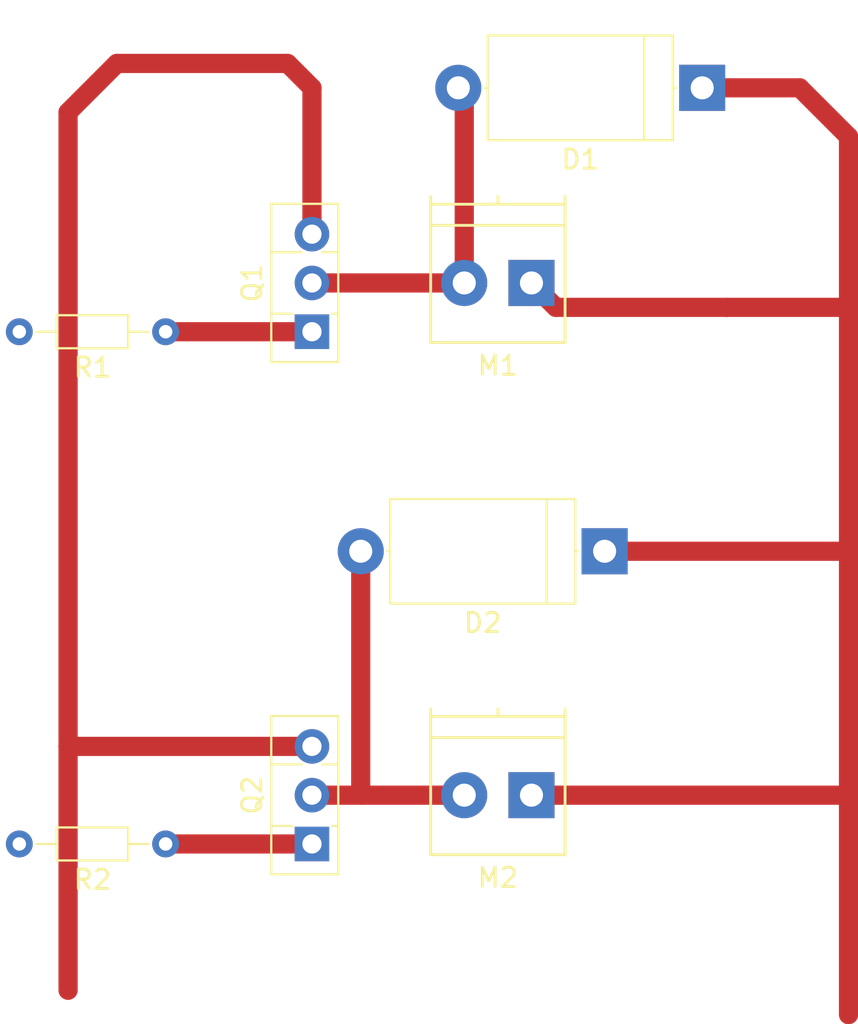
<source format=kicad_pcb>
(kicad_pcb (version 4) (host pcbnew 4.0.7+dfsg1-1)

  (general
    (links 10)
    (no_connects 0)
    (area 0 0 0 0)
    (thickness 1.6)
    (drawings 0)
    (tracks 26)
    (zones 0)
    (modules 8)
    (nets 9)
  )

  (page A4)
  (layers
    (0 F.Cu signal)
    (31 B.Cu signal)
    (32 B.Adhes user)
    (33 F.Adhes user)
    (34 B.Paste user)
    (35 F.Paste user)
    (36 B.SilkS user)
    (37 F.SilkS user)
    (38 B.Mask user)
    (39 F.Mask user)
    (40 Dwgs.User user)
    (41 Cmts.User user)
    (42 Eco1.User user)
    (43 Eco2.User user)
    (44 Edge.Cuts user)
    (45 Margin user)
    (46 B.CrtYd user)
    (47 F.CrtYd user)
    (48 B.Fab user)
    (49 F.Fab user)
  )

  (setup
    (last_trace_width 1)
    (trace_clearance 0.2)
    (zone_clearance 0.508)
    (zone_45_only no)
    (trace_min 0.2)
    (segment_width 0.2)
    (edge_width 0.15)
    (via_size 0.6)
    (via_drill 0.4)
    (via_min_size 0.4)
    (via_min_drill 0.3)
    (uvia_size 0.3)
    (uvia_drill 0.1)
    (uvias_allowed no)
    (uvia_min_size 0.2)
    (uvia_min_drill 0.1)
    (pcb_text_width 0.3)
    (pcb_text_size 1.5 1.5)
    (mod_edge_width 0.15)
    (mod_text_size 1 1)
    (mod_text_width 0.15)
    (pad_size 1.524 1.524)
    (pad_drill 0.762)
    (pad_to_mask_clearance 0.2)
    (aux_axis_origin 0 0)
    (visible_elements FFFFFF7F)
    (pcbplotparams
      (layerselection 0x00030_80000001)
      (usegerberextensions false)
      (excludeedgelayer true)
      (linewidth 0.100000)
      (plotframeref false)
      (viasonmask false)
      (mode 1)
      (useauxorigin false)
      (hpglpennumber 1)
      (hpglpenspeed 20)
      (hpglpendiameter 15)
      (hpglpenoverlay 2)
      (psnegative false)
      (psa4output false)
      (plotreference true)
      (plotvalue true)
      (plotinvisibletext false)
      (padsonsilk false)
      (subtractmaskfromsilk false)
      (outputformat 1)
      (mirror false)
      (drillshape 1)
      (scaleselection 1)
      (outputdirectory ""))
  )

  (net 0 "")
  (net 1 VCC)
  (net 2 "Net-(D1-Pad2)")
  (net 3 "Net-(D2-Pad2)")
  (net 4 "Net-(Q1-Pad1)")
  (net 5 GND)
  (net 6 "Net-(Q2-Pad1)")
  (net 7 PWM)
  (net 8 PWM2)

  (net_class Default "This is the default net class."
    (clearance 0.2)
    (trace_width 1)
    (via_dia 0.6)
    (via_drill 0.4)
    (uvia_dia 0.3)
    (uvia_drill 0.1)
    (add_net GND)
    (add_net "Net-(D1-Pad2)")
    (add_net "Net-(D2-Pad2)")
    (add_net "Net-(Q1-Pad1)")
    (add_net "Net-(Q2-Pad1)")
    (add_net PWM)
    (add_net PWM2)
    (add_net VCC)
  )

  (module Diodes_THT:D_DO-27_P12.70mm_Horizontal (layer F.Cu) (tedit 5921392E) (tstamp 5A9FD915)
    (at 144.78 96.52 180)
    (descr "D, DO-27 series, Axial, Horizontal, pin pitch=12.7mm, , length*diameter=9.52*5.33mm^2, , http://www.slottechforum.com/slotinfo/Techstuff/CD2%20Diodes%20and%20Transistors/Cases/Diode%20DO-27.jpg")
    (tags "D DO-27 series Axial Horizontal pin pitch 12.7mm  length 9.52mm diameter 5.33mm")
    (path /5A9FAB50)
    (fp_text reference D1 (at 6.35 -3.725 180) (layer F.SilkS)
      (effects (font (size 1 1) (thickness 0.15)))
    )
    (fp_text value D (at 6.35 3.725 180) (layer F.Fab)
      (effects (font (size 1 1) (thickness 0.15)))
    )
    (fp_text user %R (at 6.35 0 180) (layer F.Fab)
      (effects (font (size 1 1) (thickness 0.15)))
    )
    (fp_line (start 1.59 -2.665) (end 1.59 2.665) (layer F.Fab) (width 0.1))
    (fp_line (start 1.59 2.665) (end 11.11 2.665) (layer F.Fab) (width 0.1))
    (fp_line (start 11.11 2.665) (end 11.11 -2.665) (layer F.Fab) (width 0.1))
    (fp_line (start 11.11 -2.665) (end 1.59 -2.665) (layer F.Fab) (width 0.1))
    (fp_line (start 0 0) (end 1.59 0) (layer F.Fab) (width 0.1))
    (fp_line (start 12.7 0) (end 11.11 0) (layer F.Fab) (width 0.1))
    (fp_line (start 3.018 -2.665) (end 3.018 2.665) (layer F.Fab) (width 0.1))
    (fp_line (start 1.53 -2.725) (end 1.53 2.725) (layer F.SilkS) (width 0.12))
    (fp_line (start 1.53 2.725) (end 11.17 2.725) (layer F.SilkS) (width 0.12))
    (fp_line (start 11.17 2.725) (end 11.17 -2.725) (layer F.SilkS) (width 0.12))
    (fp_line (start 11.17 -2.725) (end 1.53 -2.725) (layer F.SilkS) (width 0.12))
    (fp_line (start 1.38 0) (end 1.53 0) (layer F.SilkS) (width 0.12))
    (fp_line (start 11.32 0) (end 11.17 0) (layer F.SilkS) (width 0.12))
    (fp_line (start 3.018 -2.725) (end 3.018 2.725) (layer F.SilkS) (width 0.12))
    (fp_line (start -1.45 -3) (end -1.45 3) (layer F.CrtYd) (width 0.05))
    (fp_line (start -1.45 3) (end 14.15 3) (layer F.CrtYd) (width 0.05))
    (fp_line (start 14.15 3) (end 14.15 -3) (layer F.CrtYd) (width 0.05))
    (fp_line (start 14.15 -3) (end -1.45 -3) (layer F.CrtYd) (width 0.05))
    (pad 1 thru_hole rect (at 0 0 180) (size 2.4 2.4) (drill 1.2) (layers *.Cu *.Mask)
      (net 1 VCC))
    (pad 2 thru_hole oval (at 12.7 0 180) (size 2.4 2.4) (drill 1.2) (layers *.Cu *.Mask)
      (net 2 "Net-(D1-Pad2)"))
    (model ${KISYS3DMOD}/Diodes_THT.3dshapes/D_DO-27_P12.70mm_Horizontal.wrl
      (at (xyz 0 0 0))
      (scale (xyz 0.393701 0.393701 0.393701))
      (rotate (xyz 0 0 0))
    )
  )

  (module Diodes_THT:D_DO-27_P12.70mm_Horizontal (layer F.Cu) (tedit 5921392E) (tstamp 5A9FD92E)
    (at 139.7 120.65 180)
    (descr "D, DO-27 series, Axial, Horizontal, pin pitch=12.7mm, , length*diameter=9.52*5.33mm^2, , http://www.slottechforum.com/slotinfo/Techstuff/CD2%20Diodes%20and%20Transistors/Cases/Diode%20DO-27.jpg")
    (tags "D DO-27 series Axial Horizontal pin pitch 12.7mm  length 9.52mm diameter 5.33mm")
    (path /5A9FC93F)
    (fp_text reference D2 (at 6.35 -3.725 180) (layer F.SilkS)
      (effects (font (size 1 1) (thickness 0.15)))
    )
    (fp_text value D (at 6.35 3.725 180) (layer F.Fab)
      (effects (font (size 1 1) (thickness 0.15)))
    )
    (fp_text user %R (at 6.35 0 180) (layer F.Fab)
      (effects (font (size 1 1) (thickness 0.15)))
    )
    (fp_line (start 1.59 -2.665) (end 1.59 2.665) (layer F.Fab) (width 0.1))
    (fp_line (start 1.59 2.665) (end 11.11 2.665) (layer F.Fab) (width 0.1))
    (fp_line (start 11.11 2.665) (end 11.11 -2.665) (layer F.Fab) (width 0.1))
    (fp_line (start 11.11 -2.665) (end 1.59 -2.665) (layer F.Fab) (width 0.1))
    (fp_line (start 0 0) (end 1.59 0) (layer F.Fab) (width 0.1))
    (fp_line (start 12.7 0) (end 11.11 0) (layer F.Fab) (width 0.1))
    (fp_line (start 3.018 -2.665) (end 3.018 2.665) (layer F.Fab) (width 0.1))
    (fp_line (start 1.53 -2.725) (end 1.53 2.725) (layer F.SilkS) (width 0.12))
    (fp_line (start 1.53 2.725) (end 11.17 2.725) (layer F.SilkS) (width 0.12))
    (fp_line (start 11.17 2.725) (end 11.17 -2.725) (layer F.SilkS) (width 0.12))
    (fp_line (start 11.17 -2.725) (end 1.53 -2.725) (layer F.SilkS) (width 0.12))
    (fp_line (start 1.38 0) (end 1.53 0) (layer F.SilkS) (width 0.12))
    (fp_line (start 11.32 0) (end 11.17 0) (layer F.SilkS) (width 0.12))
    (fp_line (start 3.018 -2.725) (end 3.018 2.725) (layer F.SilkS) (width 0.12))
    (fp_line (start -1.45 -3) (end -1.45 3) (layer F.CrtYd) (width 0.05))
    (fp_line (start -1.45 3) (end 14.15 3) (layer F.CrtYd) (width 0.05))
    (fp_line (start 14.15 3) (end 14.15 -3) (layer F.CrtYd) (width 0.05))
    (fp_line (start 14.15 -3) (end -1.45 -3) (layer F.CrtYd) (width 0.05))
    (pad 1 thru_hole rect (at 0 0 180) (size 2.4 2.4) (drill 1.2) (layers *.Cu *.Mask)
      (net 1 VCC))
    (pad 2 thru_hole oval (at 12.7 0 180) (size 2.4 2.4) (drill 1.2) (layers *.Cu *.Mask)
      (net 3 "Net-(D2-Pad2)"))
    (model ${KISYS3DMOD}/Diodes_THT.3dshapes/D_DO-27_P12.70mm_Horizontal.wrl
      (at (xyz 0 0 0))
      (scale (xyz 0.393701 0.393701 0.393701))
      (rotate (xyz 0 0 0))
    )
  )

  (module Connectors_Terminal_Blocks:TerminalBlock_Pheonix_PT-3.5mm_2pol (layer F.Cu) (tedit 0) (tstamp 5A9FD93E)
    (at 135.89 106.68 180)
    (descr "2-way 3.5mm pitch terminal block, Phoenix PT series")
    (path /5A9FAC48)
    (fp_text reference M1 (at 1.75 -4.3 180) (layer F.SilkS)
      (effects (font (size 1 1) (thickness 0.15)))
    )
    (fp_text value Motor_DC (at 1.75 6 180) (layer F.Fab)
      (effects (font (size 1 1) (thickness 0.15)))
    )
    (fp_line (start -1.9 -3.3) (end 5.4 -3.3) (layer F.CrtYd) (width 0.05))
    (fp_line (start -1.9 4.7) (end -1.9 -3.3) (layer F.CrtYd) (width 0.05))
    (fp_line (start 5.4 4.7) (end -1.9 4.7) (layer F.CrtYd) (width 0.05))
    (fp_line (start 5.4 -3.3) (end 5.4 4.7) (layer F.CrtYd) (width 0.05))
    (fp_line (start 1.75 4.1) (end 1.75 4.5) (layer F.SilkS) (width 0.15))
    (fp_line (start -1.75 3) (end 5.25 3) (layer F.SilkS) (width 0.15))
    (fp_line (start -1.75 4.1) (end 5.25 4.1) (layer F.SilkS) (width 0.15))
    (fp_line (start -1.75 -3.1) (end -1.75 4.5) (layer F.SilkS) (width 0.15))
    (fp_line (start 5.25 4.5) (end 5.25 -3.1) (layer F.SilkS) (width 0.15))
    (fp_line (start 5.25 -3.1) (end -1.75 -3.1) (layer F.SilkS) (width 0.15))
    (pad 2 thru_hole circle (at 3.5 0 180) (size 2.4 2.4) (drill 1.2) (layers *.Cu *.Mask)
      (net 2 "Net-(D1-Pad2)"))
    (pad 1 thru_hole rect (at 0 0 180) (size 2.4 2.4) (drill 1.2) (layers *.Cu *.Mask)
      (net 1 VCC))
    (model Terminal_Blocks.3dshapes/TerminalBlock_Pheonix_PT-3.5mm_2pol.wrl
      (at (xyz 0 0 0))
      (scale (xyz 1 1 1))
      (rotate (xyz 0 0 0))
    )
  )

  (module Connectors_Terminal_Blocks:TerminalBlock_Pheonix_PT-3.5mm_2pol (layer F.Cu) (tedit 0) (tstamp 5A9FD94E)
    (at 135.89 133.35 180)
    (descr "2-way 3.5mm pitch terminal block, Phoenix PT series")
    (path /5A9FC946)
    (fp_text reference M2 (at 1.75 -4.3 180) (layer F.SilkS)
      (effects (font (size 1 1) (thickness 0.15)))
    )
    (fp_text value Motor_DC (at 1.75 6 180) (layer F.Fab)
      (effects (font (size 1 1) (thickness 0.15)))
    )
    (fp_line (start -1.9 -3.3) (end 5.4 -3.3) (layer F.CrtYd) (width 0.05))
    (fp_line (start -1.9 4.7) (end -1.9 -3.3) (layer F.CrtYd) (width 0.05))
    (fp_line (start 5.4 4.7) (end -1.9 4.7) (layer F.CrtYd) (width 0.05))
    (fp_line (start 5.4 -3.3) (end 5.4 4.7) (layer F.CrtYd) (width 0.05))
    (fp_line (start 1.75 4.1) (end 1.75 4.5) (layer F.SilkS) (width 0.15))
    (fp_line (start -1.75 3) (end 5.25 3) (layer F.SilkS) (width 0.15))
    (fp_line (start -1.75 4.1) (end 5.25 4.1) (layer F.SilkS) (width 0.15))
    (fp_line (start -1.75 -3.1) (end -1.75 4.5) (layer F.SilkS) (width 0.15))
    (fp_line (start 5.25 4.5) (end 5.25 -3.1) (layer F.SilkS) (width 0.15))
    (fp_line (start 5.25 -3.1) (end -1.75 -3.1) (layer F.SilkS) (width 0.15))
    (pad 2 thru_hole circle (at 3.5 0 180) (size 2.4 2.4) (drill 1.2) (layers *.Cu *.Mask)
      (net 3 "Net-(D2-Pad2)"))
    (pad 1 thru_hole rect (at 0 0 180) (size 2.4 2.4) (drill 1.2) (layers *.Cu *.Mask)
      (net 1 VCC))
    (model Terminal_Blocks.3dshapes/TerminalBlock_Pheonix_PT-3.5mm_2pol.wrl
      (at (xyz 0 0 0))
      (scale (xyz 1 1 1))
      (rotate (xyz 0 0 0))
    )
  )

  (module TO_SOT_Packages_THT:TO-126_Vertical (layer F.Cu) (tedit 58CE52AC) (tstamp 5A9FD968)
    (at 124.46 109.22 90)
    (descr "TO-126, Vertical, RM 2.54mm")
    (tags "TO-126 Vertical RM 2.54mm")
    (path /5A9FAD3C)
    (fp_text reference Q1 (at 2.54 -3.12 90) (layer F.SilkS)
      (effects (font (size 1 1) (thickness 0.15)))
    )
    (fp_text value Q_NPN_BCE (at 2.54 3.27 90) (layer F.Fab)
      (effects (font (size 1 1) (thickness 0.15)))
    )
    (fp_text user %R (at 2.54 -3.12 90) (layer F.Fab)
      (effects (font (size 1 1) (thickness 0.15)))
    )
    (fp_line (start -1.46 -2) (end -1.46 1.25) (layer F.Fab) (width 0.1))
    (fp_line (start -1.46 1.25) (end 6.54 1.25) (layer F.Fab) (width 0.1))
    (fp_line (start 6.54 1.25) (end 6.54 -2) (layer F.Fab) (width 0.1))
    (fp_line (start 6.54 -2) (end -1.46 -2) (layer F.Fab) (width 0.1))
    (fp_line (start 0.94 -2) (end 0.94 1.25) (layer F.Fab) (width 0.1))
    (fp_line (start 4.14 -2) (end 4.14 1.25) (layer F.Fab) (width 0.1))
    (fp_line (start -1.58 -2.12) (end 6.66 -2.12) (layer F.SilkS) (width 0.12))
    (fp_line (start -1.58 1.37) (end 6.66 1.37) (layer F.SilkS) (width 0.12))
    (fp_line (start -1.58 -2.12) (end -1.58 1.37) (layer F.SilkS) (width 0.12))
    (fp_line (start 6.66 -2.12) (end 6.66 1.37) (layer F.SilkS) (width 0.12))
    (fp_line (start 0.94 -2.12) (end 0.94 -1.05) (layer F.SilkS) (width 0.12))
    (fp_line (start 0.94 1.05) (end 0.94 1.37) (layer F.SilkS) (width 0.12))
    (fp_line (start 4.141 -2.12) (end 4.141 -0.54) (layer F.SilkS) (width 0.12))
    (fp_line (start 4.141 0.54) (end 4.141 1.37) (layer F.SilkS) (width 0.12))
    (fp_line (start -1.71 -2.25) (end -1.71 1.5) (layer F.CrtYd) (width 0.05))
    (fp_line (start -1.71 1.5) (end 6.79 1.5) (layer F.CrtYd) (width 0.05))
    (fp_line (start 6.79 1.5) (end 6.79 -2.25) (layer F.CrtYd) (width 0.05))
    (fp_line (start 6.79 -2.25) (end -1.71 -2.25) (layer F.CrtYd) (width 0.05))
    (pad 1 thru_hole rect (at 0 0 90) (size 1.8 1.8) (drill 1) (layers *.Cu *.Mask)
      (net 4 "Net-(Q1-Pad1)"))
    (pad 2 thru_hole oval (at 2.54 0 90) (size 1.8 1.8) (drill 1) (layers *.Cu *.Mask)
      (net 2 "Net-(D1-Pad2)"))
    (pad 3 thru_hole oval (at 5.08 0 90) (size 1.8 1.8) (drill 1) (layers *.Cu *.Mask)
      (net 5 GND))
    (model ${KISYS3DMOD}/TO_SOT_Packages_THT.3dshapes/TO-126_Vertical.wrl
      (at (xyz 0.1 0 0))
      (scale (xyz 1 1 1))
      (rotate (xyz 0 0 0))
    )
  )

  (module TO_SOT_Packages_THT:TO-126_Vertical (layer F.Cu) (tedit 58CE52AC) (tstamp 5A9FD982)
    (at 124.46 135.89 90)
    (descr "TO-126, Vertical, RM 2.54mm")
    (tags "TO-126 Vertical RM 2.54mm")
    (path /5A9FC94D)
    (fp_text reference Q2 (at 2.54 -3.12 90) (layer F.SilkS)
      (effects (font (size 1 1) (thickness 0.15)))
    )
    (fp_text value Q_NPN_BCE (at 2.54 3.27 90) (layer F.Fab)
      (effects (font (size 1 1) (thickness 0.15)))
    )
    (fp_text user %R (at 2.54 -3.12 90) (layer F.Fab)
      (effects (font (size 1 1) (thickness 0.15)))
    )
    (fp_line (start -1.46 -2) (end -1.46 1.25) (layer F.Fab) (width 0.1))
    (fp_line (start -1.46 1.25) (end 6.54 1.25) (layer F.Fab) (width 0.1))
    (fp_line (start 6.54 1.25) (end 6.54 -2) (layer F.Fab) (width 0.1))
    (fp_line (start 6.54 -2) (end -1.46 -2) (layer F.Fab) (width 0.1))
    (fp_line (start 0.94 -2) (end 0.94 1.25) (layer F.Fab) (width 0.1))
    (fp_line (start 4.14 -2) (end 4.14 1.25) (layer F.Fab) (width 0.1))
    (fp_line (start -1.58 -2.12) (end 6.66 -2.12) (layer F.SilkS) (width 0.12))
    (fp_line (start -1.58 1.37) (end 6.66 1.37) (layer F.SilkS) (width 0.12))
    (fp_line (start -1.58 -2.12) (end -1.58 1.37) (layer F.SilkS) (width 0.12))
    (fp_line (start 6.66 -2.12) (end 6.66 1.37) (layer F.SilkS) (width 0.12))
    (fp_line (start 0.94 -2.12) (end 0.94 -1.05) (layer F.SilkS) (width 0.12))
    (fp_line (start 0.94 1.05) (end 0.94 1.37) (layer F.SilkS) (width 0.12))
    (fp_line (start 4.141 -2.12) (end 4.141 -0.54) (layer F.SilkS) (width 0.12))
    (fp_line (start 4.141 0.54) (end 4.141 1.37) (layer F.SilkS) (width 0.12))
    (fp_line (start -1.71 -2.25) (end -1.71 1.5) (layer F.CrtYd) (width 0.05))
    (fp_line (start -1.71 1.5) (end 6.79 1.5) (layer F.CrtYd) (width 0.05))
    (fp_line (start 6.79 1.5) (end 6.79 -2.25) (layer F.CrtYd) (width 0.05))
    (fp_line (start 6.79 -2.25) (end -1.71 -2.25) (layer F.CrtYd) (width 0.05))
    (pad 1 thru_hole rect (at 0 0 90) (size 1.8 1.8) (drill 1) (layers *.Cu *.Mask)
      (net 6 "Net-(Q2-Pad1)"))
    (pad 2 thru_hole oval (at 2.54 0 90) (size 1.8 1.8) (drill 1) (layers *.Cu *.Mask)
      (net 3 "Net-(D2-Pad2)"))
    (pad 3 thru_hole oval (at 5.08 0 90) (size 1.8 1.8) (drill 1) (layers *.Cu *.Mask)
      (net 5 GND))
    (model ${KISYS3DMOD}/TO_SOT_Packages_THT.3dshapes/TO-126_Vertical.wrl
      (at (xyz 0.1 0 0))
      (scale (xyz 1 1 1))
      (rotate (xyz 0 0 0))
    )
  )

  (module Resistors_THT:R_Axial_DIN0204_L3.6mm_D1.6mm_P7.62mm_Horizontal (layer F.Cu) (tedit 5874F706) (tstamp 5A9FD998)
    (at 116.84 109.22 180)
    (descr "Resistor, Axial_DIN0204 series, Axial, Horizontal, pin pitch=7.62mm, 0.16666666666666666W = 1/6W, length*diameter=3.6*1.6mm^2, http://cdn-reichelt.de/documents/datenblatt/B400/1_4W%23YAG.pdf")
    (tags "Resistor Axial_DIN0204 series Axial Horizontal pin pitch 7.62mm 0.16666666666666666W = 1/6W length 3.6mm diameter 1.6mm")
    (path /5A9FAE28)
    (fp_text reference R1 (at 3.81 -1.86 180) (layer F.SilkS)
      (effects (font (size 1 1) (thickness 0.15)))
    )
    (fp_text value 330 (at 3.81 1.86 180) (layer F.Fab)
      (effects (font (size 1 1) (thickness 0.15)))
    )
    (fp_line (start 2.01 -0.8) (end 2.01 0.8) (layer F.Fab) (width 0.1))
    (fp_line (start 2.01 0.8) (end 5.61 0.8) (layer F.Fab) (width 0.1))
    (fp_line (start 5.61 0.8) (end 5.61 -0.8) (layer F.Fab) (width 0.1))
    (fp_line (start 5.61 -0.8) (end 2.01 -0.8) (layer F.Fab) (width 0.1))
    (fp_line (start 0 0) (end 2.01 0) (layer F.Fab) (width 0.1))
    (fp_line (start 7.62 0) (end 5.61 0) (layer F.Fab) (width 0.1))
    (fp_line (start 1.95 -0.86) (end 1.95 0.86) (layer F.SilkS) (width 0.12))
    (fp_line (start 1.95 0.86) (end 5.67 0.86) (layer F.SilkS) (width 0.12))
    (fp_line (start 5.67 0.86) (end 5.67 -0.86) (layer F.SilkS) (width 0.12))
    (fp_line (start 5.67 -0.86) (end 1.95 -0.86) (layer F.SilkS) (width 0.12))
    (fp_line (start 0.88 0) (end 1.95 0) (layer F.SilkS) (width 0.12))
    (fp_line (start 6.74 0) (end 5.67 0) (layer F.SilkS) (width 0.12))
    (fp_line (start -0.95 -1.15) (end -0.95 1.15) (layer F.CrtYd) (width 0.05))
    (fp_line (start -0.95 1.15) (end 8.6 1.15) (layer F.CrtYd) (width 0.05))
    (fp_line (start 8.6 1.15) (end 8.6 -1.15) (layer F.CrtYd) (width 0.05))
    (fp_line (start 8.6 -1.15) (end -0.95 -1.15) (layer F.CrtYd) (width 0.05))
    (pad 1 thru_hole circle (at 0 0 180) (size 1.4 1.4) (drill 0.7) (layers *.Cu *.Mask)
      (net 4 "Net-(Q1-Pad1)"))
    (pad 2 thru_hole oval (at 7.62 0 180) (size 1.4 1.4) (drill 0.7) (layers *.Cu *.Mask)
      (net 7 PWM))
    (model ${KISYS3DMOD}/Resistors_THT.3dshapes/R_Axial_DIN0204_L3.6mm_D1.6mm_P7.62mm_Horizontal.wrl
      (at (xyz 0 0 0))
      (scale (xyz 0.393701 0.393701 0.393701))
      (rotate (xyz 0 0 0))
    )
  )

  (module Resistors_THT:R_Axial_DIN0204_L3.6mm_D1.6mm_P7.62mm_Horizontal (layer F.Cu) (tedit 5874F706) (tstamp 5A9FD9AE)
    (at 116.84 135.89 180)
    (descr "Resistor, Axial_DIN0204 series, Axial, Horizontal, pin pitch=7.62mm, 0.16666666666666666W = 1/6W, length*diameter=3.6*1.6mm^2, http://cdn-reichelt.de/documents/datenblatt/B400/1_4W%23YAG.pdf")
    (tags "Resistor Axial_DIN0204 series Axial Horizontal pin pitch 7.62mm 0.16666666666666666W = 1/6W length 3.6mm diameter 1.6mm")
    (path /5A9FC954)
    (fp_text reference R2 (at 3.81 -1.86 180) (layer F.SilkS)
      (effects (font (size 1 1) (thickness 0.15)))
    )
    (fp_text value 330 (at 3.81 1.86 180) (layer F.Fab)
      (effects (font (size 1 1) (thickness 0.15)))
    )
    (fp_line (start 2.01 -0.8) (end 2.01 0.8) (layer F.Fab) (width 0.1))
    (fp_line (start 2.01 0.8) (end 5.61 0.8) (layer F.Fab) (width 0.1))
    (fp_line (start 5.61 0.8) (end 5.61 -0.8) (layer F.Fab) (width 0.1))
    (fp_line (start 5.61 -0.8) (end 2.01 -0.8) (layer F.Fab) (width 0.1))
    (fp_line (start 0 0) (end 2.01 0) (layer F.Fab) (width 0.1))
    (fp_line (start 7.62 0) (end 5.61 0) (layer F.Fab) (width 0.1))
    (fp_line (start 1.95 -0.86) (end 1.95 0.86) (layer F.SilkS) (width 0.12))
    (fp_line (start 1.95 0.86) (end 5.67 0.86) (layer F.SilkS) (width 0.12))
    (fp_line (start 5.67 0.86) (end 5.67 -0.86) (layer F.SilkS) (width 0.12))
    (fp_line (start 5.67 -0.86) (end 1.95 -0.86) (layer F.SilkS) (width 0.12))
    (fp_line (start 0.88 0) (end 1.95 0) (layer F.SilkS) (width 0.12))
    (fp_line (start 6.74 0) (end 5.67 0) (layer F.SilkS) (width 0.12))
    (fp_line (start -0.95 -1.15) (end -0.95 1.15) (layer F.CrtYd) (width 0.05))
    (fp_line (start -0.95 1.15) (end 8.6 1.15) (layer F.CrtYd) (width 0.05))
    (fp_line (start 8.6 1.15) (end 8.6 -1.15) (layer F.CrtYd) (width 0.05))
    (fp_line (start 8.6 -1.15) (end -0.95 -1.15) (layer F.CrtYd) (width 0.05))
    (pad 1 thru_hole circle (at 0 0 180) (size 1.4 1.4) (drill 0.7) (layers *.Cu *.Mask)
      (net 6 "Net-(Q2-Pad1)"))
    (pad 2 thru_hole oval (at 7.62 0 180) (size 1.4 1.4) (drill 0.7) (layers *.Cu *.Mask)
      (net 8 PWM2))
    (model ${KISYS3DMOD}/Resistors_THT.3dshapes/R_Axial_DIN0204_L3.6mm_D1.6mm_P7.62mm_Horizontal.wrl
      (at (xyz 0 0 0))
      (scale (xyz 0.393701 0.393701 0.393701))
      (rotate (xyz 0 0 0))
    )
  )

  (segment (start 146.05 107.95) (end 137.16 107.95) (width 1) (layer F.Cu) (net 1))
  (segment (start 152.4 107.95) (end 146.05 107.95) (width 1) (layer F.Cu) (net 1))
  (segment (start 137.16 107.95) (end 135.89 106.68) (width 1) (layer F.Cu) (net 1) (tstamp 5A9FDBFC) (status 800000))
  (segment (start 135.89 133.35) (end 152.4 133.35) (width 1) (layer F.Cu) (net 1))
  (segment (start 139.7 120.65) (end 152.4 120.65) (width 1) (layer F.Cu) (net 1))
  (segment (start 144.78 96.52) (end 149.86 96.52) (width 1) (layer F.Cu) (net 1))
  (segment (start 152.4 99.06) (end 152.4 107.95) (width 1) (layer F.Cu) (net 1) (tstamp 5A9FDB5C))
  (segment (start 152.4 107.95) (end 152.4 120.65) (width 1) (layer F.Cu) (net 1) (tstamp 5A9FDB5F))
  (segment (start 152.4 120.65) (end 152.4 133.35) (width 1) (layer F.Cu) (net 1) (tstamp 5A9FDB65))
  (segment (start 152.4 133.35) (end 152.4 144.78) (width 1) (layer F.Cu) (net 1) (tstamp 5A9FDB69))
  (segment (start 149.86 96.52) (end 152.4 99.06) (width 1) (layer F.Cu) (net 1) (tstamp 5A9FDB5B))
  (segment (start 132.39 106.68) (end 124.46 106.68) (width 1) (layer F.Cu) (net 2) (status C00000))
  (segment (start 132.39 106.68) (end 132.39 96.83) (width 1) (layer F.Cu) (net 2) (status C00000))
  (segment (start 132.39 96.83) (end 132.08 96.52) (width 1) (layer F.Cu) (net 2) (tstamp 5A9FDBFF) (status C00000))
  (segment (start 127 120.65) (end 127 133.35) (width 1) (layer F.Cu) (net 3))
  (segment (start 124.46 133.35) (end 127 133.35) (width 1) (layer F.Cu) (net 3))
  (segment (start 127 133.35) (end 132.39 133.35) (width 1) (layer F.Cu) (net 3) (tstamp 5A9FDB86))
  (segment (start 124.46 109.22) (end 116.84 109.22) (width 1) (layer F.Cu) (net 4) (status C00000))
  (segment (start 124.46 130.81) (end 111.76 130.81) (width 1) (layer F.Cu) (net 5) (status 400000))
  (segment (start 124.46 104.14) (end 124.46 96.52) (width 1) (layer F.Cu) (net 5) (status 400000))
  (segment (start 111.76 97.79) (end 111.76 130.81) (width 1) (layer F.Cu) (net 5) (tstamp 5A9FDC19))
  (segment (start 111.76 130.81) (end 111.76 143.51) (width 1) (layer F.Cu) (net 5) (tstamp 5A9FDC29))
  (segment (start 114.3 95.25) (end 111.76 97.79) (width 1) (layer F.Cu) (net 5) (tstamp 5A9FDC16))
  (segment (start 123.19 95.25) (end 114.3 95.25) (width 1) (layer F.Cu) (net 5) (tstamp 5A9FDC11))
  (segment (start 124.46 96.52) (end 123.19 95.25) (width 1) (layer F.Cu) (net 5) (tstamp 5A9FDC07))
  (segment (start 116.84 135.89) (end 124.46 135.89) (width 1) (layer F.Cu) (net 6))

)

</source>
